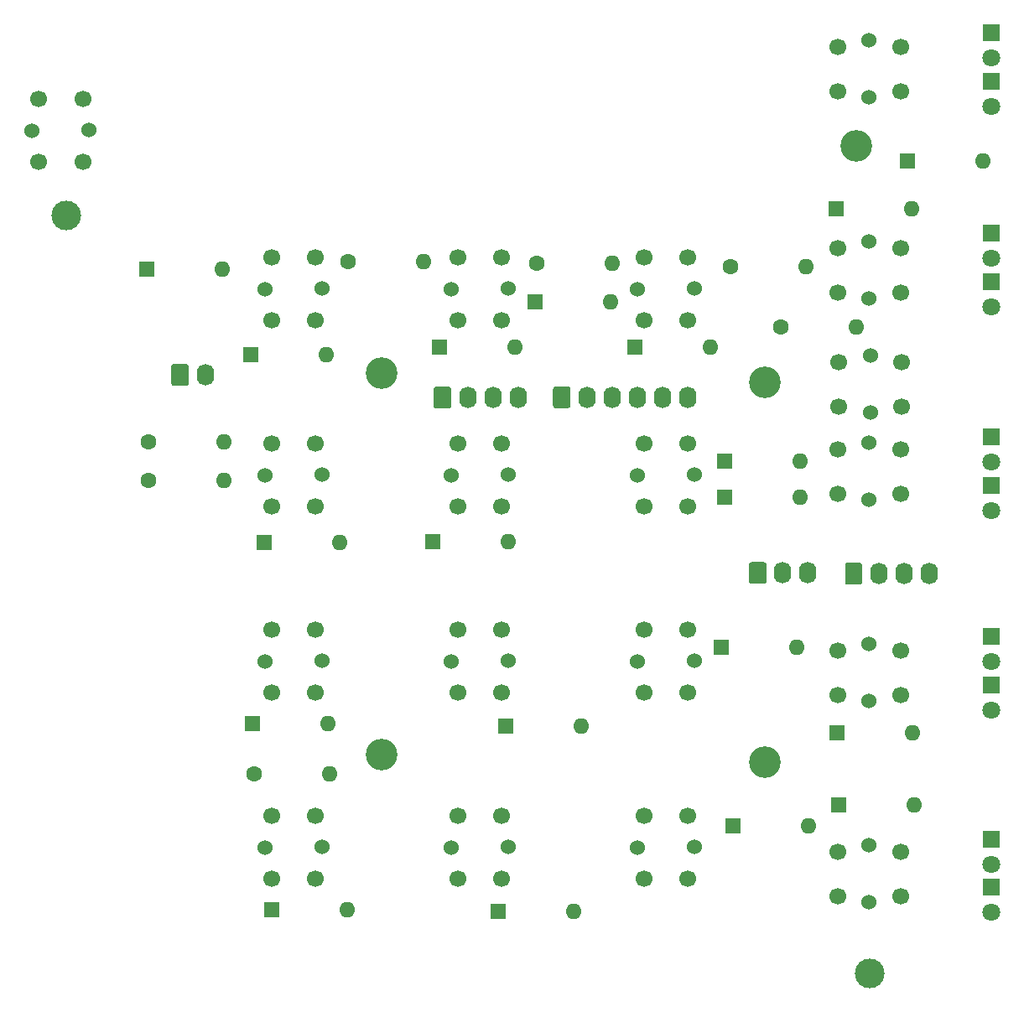
<source format=gbr>
G04 #@! TF.GenerationSoftware,KiCad,Pcbnew,(5.1.5-0-10_14)*
G04 #@! TF.CreationDate,2020-06-21T14:01:29+10:00*
G04 #@! TF.ProjectId,UFC,5546432e-6b69-4636-9164-5f7063625858,A*
G04 #@! TF.SameCoordinates,Original*
G04 #@! TF.FileFunction,Soldermask,Top*
G04 #@! TF.FilePolarity,Negative*
%FSLAX46Y46*%
G04 Gerber Fmt 4.6, Leading zero omitted, Abs format (unit mm)*
G04 Created by KiCad (PCBNEW (5.1.5-0-10_14)) date 2020-06-21 14:01:29*
%MOMM*%
%LPD*%
G04 APERTURE LIST*
%ADD10O,1.740000X2.200000*%
%ADD11C,0.100000*%
%ADD12C,3.200000*%
%ADD13C,3.000000*%
%ADD14O,1.600000X1.600000*%
%ADD15C,1.600000*%
%ADD16R,1.600000X1.600000*%
%ADD17C,1.524000*%
%ADD18C,1.700000*%
%ADD19C,1.800000*%
%ADD20R,1.800000X1.800000*%
G04 APERTURE END LIST*
D10*
X160250000Y-104460000D03*
X157710000Y-104460000D03*
X155170000Y-104460000D03*
D11*
G36*
X153274505Y-103361204D02*
G01*
X153298773Y-103364804D01*
X153322572Y-103370765D01*
X153345671Y-103379030D01*
X153367850Y-103389520D01*
X153388893Y-103402132D01*
X153408599Y-103416747D01*
X153426777Y-103433223D01*
X153443253Y-103451401D01*
X153457868Y-103471107D01*
X153470480Y-103492150D01*
X153480970Y-103514329D01*
X153489235Y-103537428D01*
X153495196Y-103561227D01*
X153498796Y-103585495D01*
X153500000Y-103609999D01*
X153500000Y-105310001D01*
X153498796Y-105334505D01*
X153495196Y-105358773D01*
X153489235Y-105382572D01*
X153480970Y-105405671D01*
X153470480Y-105427850D01*
X153457868Y-105448893D01*
X153443253Y-105468599D01*
X153426777Y-105486777D01*
X153408599Y-105503253D01*
X153388893Y-105517868D01*
X153367850Y-105530480D01*
X153345671Y-105540970D01*
X153322572Y-105549235D01*
X153298773Y-105555196D01*
X153274505Y-105558796D01*
X153250001Y-105560000D01*
X152009999Y-105560000D01*
X151985495Y-105558796D01*
X151961227Y-105555196D01*
X151937428Y-105549235D01*
X151914329Y-105540970D01*
X151892150Y-105530480D01*
X151871107Y-105517868D01*
X151851401Y-105503253D01*
X151833223Y-105486777D01*
X151816747Y-105468599D01*
X151802132Y-105448893D01*
X151789520Y-105427850D01*
X151779030Y-105405671D01*
X151770765Y-105382572D01*
X151764804Y-105358773D01*
X151761204Y-105334505D01*
X151760000Y-105310001D01*
X151760000Y-103609999D01*
X151761204Y-103585495D01*
X151764804Y-103561227D01*
X151770765Y-103537428D01*
X151779030Y-103514329D01*
X151789520Y-103492150D01*
X151802132Y-103471107D01*
X151816747Y-103451401D01*
X151833223Y-103433223D01*
X151851401Y-103416747D01*
X151871107Y-103402132D01*
X151892150Y-103389520D01*
X151914329Y-103379030D01*
X151937428Y-103370765D01*
X151961227Y-103364804D01*
X151985495Y-103361204D01*
X152009999Y-103360000D01*
X153250001Y-103360000D01*
X153274505Y-103361204D01*
G37*
D10*
X135860000Y-86650000D03*
X133320000Y-86650000D03*
X130780000Y-86650000D03*
X128240000Y-86650000D03*
X125700000Y-86650000D03*
D11*
G36*
X123804505Y-85551204D02*
G01*
X123828773Y-85554804D01*
X123852572Y-85560765D01*
X123875671Y-85569030D01*
X123897850Y-85579520D01*
X123918893Y-85592132D01*
X123938599Y-85606747D01*
X123956777Y-85623223D01*
X123973253Y-85641401D01*
X123987868Y-85661107D01*
X124000480Y-85682150D01*
X124010970Y-85704329D01*
X124019235Y-85727428D01*
X124025196Y-85751227D01*
X124028796Y-85775495D01*
X124030000Y-85799999D01*
X124030000Y-87500001D01*
X124028796Y-87524505D01*
X124025196Y-87548773D01*
X124019235Y-87572572D01*
X124010970Y-87595671D01*
X124000480Y-87617850D01*
X123987868Y-87638893D01*
X123973253Y-87658599D01*
X123956777Y-87676777D01*
X123938599Y-87693253D01*
X123918893Y-87707868D01*
X123897850Y-87720480D01*
X123875671Y-87730970D01*
X123852572Y-87739235D01*
X123828773Y-87745196D01*
X123804505Y-87748796D01*
X123780001Y-87750000D01*
X122539999Y-87750000D01*
X122515495Y-87748796D01*
X122491227Y-87745196D01*
X122467428Y-87739235D01*
X122444329Y-87730970D01*
X122422150Y-87720480D01*
X122401107Y-87707868D01*
X122381401Y-87693253D01*
X122363223Y-87676777D01*
X122346747Y-87658599D01*
X122332132Y-87638893D01*
X122319520Y-87617850D01*
X122309030Y-87595671D01*
X122300765Y-87572572D01*
X122294804Y-87548773D01*
X122291204Y-87524505D01*
X122290000Y-87500001D01*
X122290000Y-85799999D01*
X122291204Y-85775495D01*
X122294804Y-85751227D01*
X122300765Y-85727428D01*
X122309030Y-85704329D01*
X122319520Y-85682150D01*
X122332132Y-85661107D01*
X122346747Y-85641401D01*
X122363223Y-85623223D01*
X122381401Y-85606747D01*
X122401107Y-85592132D01*
X122422150Y-85579520D01*
X122444329Y-85569030D01*
X122467428Y-85560765D01*
X122491227Y-85554804D01*
X122515495Y-85551204D01*
X122539999Y-85550000D01*
X123780001Y-85550000D01*
X123804505Y-85551204D01*
G37*
D10*
X118740000Y-86680000D03*
X116200000Y-86680000D03*
X113660000Y-86680000D03*
D11*
G36*
X111764505Y-85581204D02*
G01*
X111788773Y-85584804D01*
X111812572Y-85590765D01*
X111835671Y-85599030D01*
X111857850Y-85609520D01*
X111878893Y-85622132D01*
X111898599Y-85636747D01*
X111916777Y-85653223D01*
X111933253Y-85671401D01*
X111947868Y-85691107D01*
X111960480Y-85712150D01*
X111970970Y-85734329D01*
X111979235Y-85757428D01*
X111985196Y-85781227D01*
X111988796Y-85805495D01*
X111990000Y-85829999D01*
X111990000Y-87530001D01*
X111988796Y-87554505D01*
X111985196Y-87578773D01*
X111979235Y-87602572D01*
X111970970Y-87625671D01*
X111960480Y-87647850D01*
X111947868Y-87668893D01*
X111933253Y-87688599D01*
X111916777Y-87706777D01*
X111898599Y-87723253D01*
X111878893Y-87737868D01*
X111857850Y-87750480D01*
X111835671Y-87760970D01*
X111812572Y-87769235D01*
X111788773Y-87775196D01*
X111764505Y-87778796D01*
X111740001Y-87780000D01*
X110499999Y-87780000D01*
X110475495Y-87778796D01*
X110451227Y-87775196D01*
X110427428Y-87769235D01*
X110404329Y-87760970D01*
X110382150Y-87750480D01*
X110361107Y-87737868D01*
X110341401Y-87723253D01*
X110323223Y-87706777D01*
X110306747Y-87688599D01*
X110292132Y-87668893D01*
X110279520Y-87647850D01*
X110269030Y-87625671D01*
X110260765Y-87602572D01*
X110254804Y-87578773D01*
X110251204Y-87554505D01*
X110250000Y-87530001D01*
X110250000Y-85829999D01*
X110251204Y-85805495D01*
X110254804Y-85781227D01*
X110260765Y-85757428D01*
X110269030Y-85734329D01*
X110279520Y-85712150D01*
X110292132Y-85691107D01*
X110306747Y-85671401D01*
X110323223Y-85653223D01*
X110341401Y-85636747D01*
X110361107Y-85622132D01*
X110382150Y-85609520D01*
X110404329Y-85599030D01*
X110427428Y-85590765D01*
X110451227Y-85584804D01*
X110475495Y-85581204D01*
X110499999Y-85580000D01*
X111740001Y-85580000D01*
X111764505Y-85581204D01*
G37*
D12*
X143660000Y-123490000D03*
X143660000Y-85110000D03*
X104970000Y-122730000D03*
X104970000Y-84210000D03*
D13*
X73130000Y-68330000D03*
X154220000Y-144790000D03*
D10*
X87160000Y-84390000D03*
D11*
G36*
X85264505Y-83291204D02*
G01*
X85288773Y-83294804D01*
X85312572Y-83300765D01*
X85335671Y-83309030D01*
X85357850Y-83319520D01*
X85378893Y-83332132D01*
X85398599Y-83346747D01*
X85416777Y-83363223D01*
X85433253Y-83381401D01*
X85447868Y-83401107D01*
X85460480Y-83422150D01*
X85470970Y-83444329D01*
X85479235Y-83467428D01*
X85485196Y-83491227D01*
X85488796Y-83515495D01*
X85490000Y-83539999D01*
X85490000Y-85240001D01*
X85488796Y-85264505D01*
X85485196Y-85288773D01*
X85479235Y-85312572D01*
X85470970Y-85335671D01*
X85460480Y-85357850D01*
X85447868Y-85378893D01*
X85433253Y-85398599D01*
X85416777Y-85416777D01*
X85398599Y-85433253D01*
X85378893Y-85447868D01*
X85357850Y-85460480D01*
X85335671Y-85470970D01*
X85312572Y-85479235D01*
X85288773Y-85485196D01*
X85264505Y-85488796D01*
X85240001Y-85490000D01*
X83999999Y-85490000D01*
X83975495Y-85488796D01*
X83951227Y-85485196D01*
X83927428Y-85479235D01*
X83904329Y-85470970D01*
X83882150Y-85460480D01*
X83861107Y-85447868D01*
X83841401Y-85433253D01*
X83823223Y-85416777D01*
X83806747Y-85398599D01*
X83792132Y-85378893D01*
X83779520Y-85357850D01*
X83769030Y-85335671D01*
X83760765Y-85312572D01*
X83754804Y-85288773D01*
X83751204Y-85264505D01*
X83750000Y-85240001D01*
X83750000Y-83539999D01*
X83751204Y-83515495D01*
X83754804Y-83491227D01*
X83760765Y-83467428D01*
X83769030Y-83444329D01*
X83779520Y-83422150D01*
X83792132Y-83401107D01*
X83806747Y-83381401D01*
X83823223Y-83363223D01*
X83841401Y-83346747D01*
X83861107Y-83332132D01*
X83882150Y-83319520D01*
X83904329Y-83309030D01*
X83927428Y-83300765D01*
X83951227Y-83294804D01*
X83975495Y-83291204D01*
X83999999Y-83290000D01*
X85240001Y-83290000D01*
X85264505Y-83291204D01*
G37*
D10*
X148030000Y-104390000D03*
X145490000Y-104390000D03*
D11*
G36*
X143594505Y-103291204D02*
G01*
X143618773Y-103294804D01*
X143642572Y-103300765D01*
X143665671Y-103309030D01*
X143687850Y-103319520D01*
X143708893Y-103332132D01*
X143728599Y-103346747D01*
X143746777Y-103363223D01*
X143763253Y-103381401D01*
X143777868Y-103401107D01*
X143790480Y-103422150D01*
X143800970Y-103444329D01*
X143809235Y-103467428D01*
X143815196Y-103491227D01*
X143818796Y-103515495D01*
X143820000Y-103539999D01*
X143820000Y-105240001D01*
X143818796Y-105264505D01*
X143815196Y-105288773D01*
X143809235Y-105312572D01*
X143800970Y-105335671D01*
X143790480Y-105357850D01*
X143777868Y-105378893D01*
X143763253Y-105398599D01*
X143746777Y-105416777D01*
X143728599Y-105433253D01*
X143708893Y-105447868D01*
X143687850Y-105460480D01*
X143665671Y-105470970D01*
X143642572Y-105479235D01*
X143618773Y-105485196D01*
X143594505Y-105488796D01*
X143570001Y-105490000D01*
X142329999Y-105490000D01*
X142305495Y-105488796D01*
X142281227Y-105485196D01*
X142257428Y-105479235D01*
X142234329Y-105470970D01*
X142212150Y-105460480D01*
X142191107Y-105447868D01*
X142171401Y-105433253D01*
X142153223Y-105416777D01*
X142136747Y-105398599D01*
X142122132Y-105378893D01*
X142109520Y-105357850D01*
X142099030Y-105335671D01*
X142090765Y-105312572D01*
X142084804Y-105288773D01*
X142081204Y-105264505D01*
X142080000Y-105240001D01*
X142080000Y-103539999D01*
X142081204Y-103515495D01*
X142084804Y-103491227D01*
X142090765Y-103467428D01*
X142099030Y-103444329D01*
X142109520Y-103422150D01*
X142122132Y-103401107D01*
X142136747Y-103381401D01*
X142153223Y-103363223D01*
X142171401Y-103346747D01*
X142191107Y-103332132D01*
X142212150Y-103319520D01*
X142234329Y-103309030D01*
X142257428Y-103300765D01*
X142281227Y-103294804D01*
X142305495Y-103291204D01*
X142329999Y-103290000D01*
X143570001Y-103290000D01*
X143594505Y-103291204D01*
G37*
D12*
X152870000Y-61300000D03*
D14*
X128270000Y-73130000D03*
D15*
X120650000Y-73130000D03*
D14*
X152910000Y-79590000D03*
D15*
X145290000Y-79590000D03*
D14*
X89060000Y-95060000D03*
D15*
X81440000Y-95060000D03*
D14*
X147800000Y-73430000D03*
D15*
X140180000Y-73430000D03*
D14*
X89060000Y-91150000D03*
D15*
X81440000Y-91150000D03*
D14*
X99750000Y-124690000D03*
D15*
X92130000Y-124690000D03*
D14*
X109190000Y-72980000D03*
D15*
X101570000Y-72980000D03*
D14*
X165670000Y-62760000D03*
D16*
X158050000Y-62760000D03*
D14*
X158760000Y-127810000D03*
D16*
X151140000Y-127810000D03*
D14*
X158610000Y-120560000D03*
D16*
X150990000Y-120560000D03*
D14*
X147200000Y-96710000D03*
D16*
X139580000Y-96710000D03*
D14*
X138160000Y-81580000D03*
D16*
X130540000Y-81580000D03*
D14*
X158460000Y-67620000D03*
D16*
X150840000Y-67620000D03*
D14*
X148100000Y-129910000D03*
D16*
X140480000Y-129910000D03*
D14*
X146900000Y-111880000D03*
D16*
X139280000Y-111880000D03*
D14*
X147200000Y-93110000D03*
D16*
X139580000Y-93110000D03*
D14*
X128120000Y-77030000D03*
D16*
X120500000Y-77030000D03*
D14*
X88910000Y-73730000D03*
D16*
X81290000Y-73730000D03*
D14*
X124360000Y-138550000D03*
D16*
X116740000Y-138550000D03*
D14*
X125120000Y-119840000D03*
D16*
X117500000Y-119840000D03*
D14*
X117760000Y-101210000D03*
D16*
X110140000Y-101210000D03*
D14*
X118470000Y-81550000D03*
D16*
X110850000Y-81550000D03*
D14*
X101530000Y-138400000D03*
D16*
X93910000Y-138400000D03*
D14*
X99580000Y-119630000D03*
D16*
X91960000Y-119630000D03*
D14*
X100780000Y-101300000D03*
D16*
X93160000Y-101300000D03*
D14*
X99430000Y-82370000D03*
D16*
X91810000Y-82370000D03*
D17*
X154170000Y-50597000D03*
X154210000Y-56388000D03*
D18*
X151035000Y-51308000D03*
X157385000Y-51308000D03*
X151035000Y-55753000D03*
X157385000Y-55753000D03*
D17*
X154170000Y-131877000D03*
X154210000Y-137668000D03*
D18*
X151035000Y-132588000D03*
X157385000Y-132588000D03*
X151035000Y-137033000D03*
X157385000Y-137033000D03*
D17*
X154170000Y-111557000D03*
X154210000Y-117348000D03*
D18*
X151035000Y-112268000D03*
X157385000Y-112268000D03*
X151035000Y-116713000D03*
X157385000Y-116713000D03*
D17*
X154170000Y-91237000D03*
X154210000Y-97028000D03*
D18*
X151035000Y-91948000D03*
X157385000Y-91948000D03*
X151035000Y-96393000D03*
X157385000Y-96393000D03*
D17*
X154170000Y-70917000D03*
X154210000Y-76708000D03*
D18*
X151035000Y-71628000D03*
X157385000Y-71628000D03*
X151035000Y-76073000D03*
X157385000Y-76073000D03*
D17*
X154360000Y-82420000D03*
X154320000Y-88211000D03*
D18*
X157495000Y-83131000D03*
X151145000Y-83131000D03*
X157495000Y-87576000D03*
X151145000Y-87576000D03*
D17*
X130766000Y-132120000D03*
X136557000Y-132080000D03*
D18*
X131477000Y-135255000D03*
X131477000Y-128905000D03*
X135922000Y-135255000D03*
X135922000Y-128905000D03*
D17*
X130766000Y-113324000D03*
X136557000Y-113284000D03*
D18*
X131477000Y-116459000D03*
X131477000Y-110109000D03*
X135922000Y-116459000D03*
X135922000Y-110109000D03*
D17*
X130766000Y-94528000D03*
X136557000Y-94488000D03*
D18*
X131477000Y-97663000D03*
X131477000Y-91313000D03*
X135922000Y-97663000D03*
X135922000Y-91313000D03*
D17*
X130766000Y-75732000D03*
X136557000Y-75692000D03*
D18*
X131477000Y-78867000D03*
X131477000Y-72517000D03*
X135922000Y-78867000D03*
X135922000Y-72517000D03*
D17*
X69679000Y-59730000D03*
X75470000Y-59690000D03*
D18*
X70390000Y-62865000D03*
X70390000Y-56515000D03*
X74835000Y-62865000D03*
X74835000Y-56515000D03*
D17*
X111970000Y-132120000D03*
X117761000Y-132080000D03*
D18*
X112681000Y-135255000D03*
X112681000Y-128905000D03*
X117126000Y-135255000D03*
X117126000Y-128905000D03*
D17*
X111970000Y-113324000D03*
X117761000Y-113284000D03*
D18*
X112681000Y-116459000D03*
X112681000Y-110109000D03*
X117126000Y-116459000D03*
X117126000Y-110109000D03*
D17*
X111970000Y-94528000D03*
X117761000Y-94488000D03*
D18*
X112681000Y-97663000D03*
X112681000Y-91313000D03*
X117126000Y-97663000D03*
X117126000Y-91313000D03*
D17*
X111970000Y-75732000D03*
X117761000Y-75692000D03*
D18*
X112681000Y-78867000D03*
X112681000Y-72517000D03*
X117126000Y-78867000D03*
X117126000Y-72517000D03*
D17*
X93174000Y-132120000D03*
X98965000Y-132080000D03*
D18*
X93885000Y-135255000D03*
X93885000Y-128905000D03*
X98330000Y-135255000D03*
X98330000Y-128905000D03*
D17*
X93174000Y-113324000D03*
X98965000Y-113284000D03*
D18*
X93885000Y-116459000D03*
X93885000Y-110109000D03*
X98330000Y-116459000D03*
X98330000Y-110109000D03*
D17*
X93174000Y-94528000D03*
X98965000Y-94488000D03*
D18*
X93885000Y-97663000D03*
X93885000Y-91313000D03*
X98330000Y-97663000D03*
X98330000Y-91313000D03*
D17*
X93174000Y-75732000D03*
X98965000Y-75692000D03*
D18*
X93885000Y-78867000D03*
X93885000Y-72517000D03*
X98330000Y-78867000D03*
X98330000Y-72517000D03*
D19*
X166500000Y-133800000D03*
D20*
X166500000Y-131260000D03*
D19*
X166500000Y-113370000D03*
D20*
X166500000Y-110830000D03*
D19*
X166500000Y-98080000D03*
D20*
X166500000Y-95540000D03*
D19*
X166500000Y-77520000D03*
D20*
X166500000Y-74980000D03*
D19*
X166500000Y-57310000D03*
D20*
X166500000Y-54770000D03*
D19*
X166500000Y-138650000D03*
D20*
X166500000Y-136110000D03*
D19*
X166500000Y-118260000D03*
D20*
X166500000Y-115720000D03*
D19*
X166500000Y-93180000D03*
D20*
X166500000Y-90640000D03*
D19*
X166490000Y-72620000D03*
D20*
X166490000Y-70080000D03*
D19*
X166500000Y-52410000D03*
D20*
X166500000Y-49870000D03*
M02*

</source>
